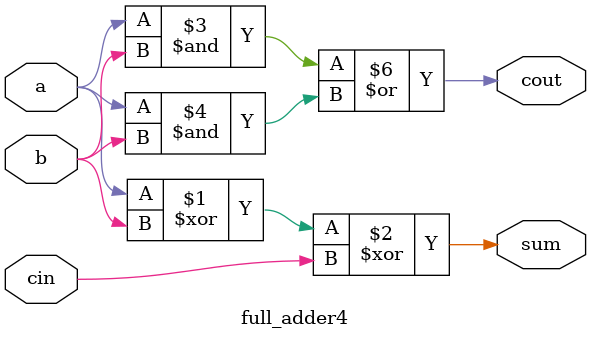
<source format=v>
module full_adder4(a,b,cin,sum,cout);
input a,b,cin;
output sum,cout;
assign sum = a^b^cin;
assign cout = a&b|1'b1&(a&b); 
// initial begin
//     $display("The incorrect adder with and1 having in1/1");
// end   
endmodule
</source>
